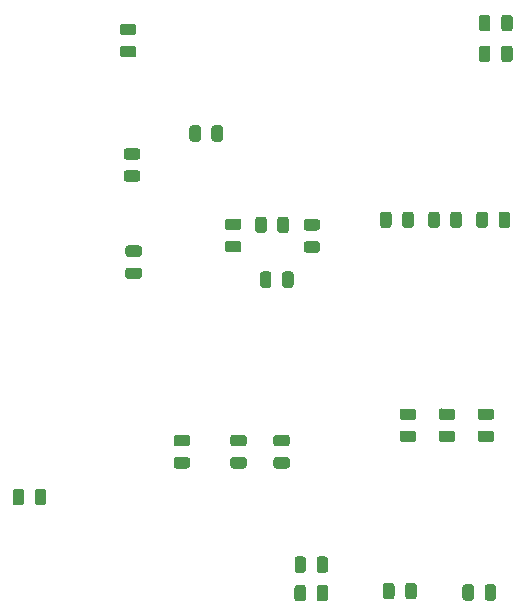
<source format=gbr>
%TF.GenerationSoftware,KiCad,Pcbnew,(5.99.0-2101-geb1ff80d5)*%
%TF.CreationDate,2020-11-29T13:35:49+01:00*%
%TF.ProjectId,CLK_stdln,434c4b5f-7374-4646-9c6e-2e6b69636164,rev?*%
%TF.SameCoordinates,Original*%
%TF.FileFunction,Paste,Top*%
%TF.FilePolarity,Positive*%
%FSLAX46Y46*%
G04 Gerber Fmt 4.6, Leading zero omitted, Abs format (unit mm)*
G04 Created by KiCad (PCBNEW (5.99.0-2101-geb1ff80d5)) date 2020-11-29 13:35:49*
%MOMM*%
%LPD*%
G01*
G04 APERTURE LIST*
G04 APERTURE END LIST*
%TO.C,R287*%
G36*
G01*
X187900000Y-139893750D02*
X187900000Y-140806250D01*
G75*
G02*
X187656250Y-141050000I-243750J0D01*
G01*
X187168750Y-141050000D01*
G75*
G02*
X186925000Y-140806250I0J243750D01*
G01*
X186925000Y-139893750D01*
G75*
G02*
X187168750Y-139650000I243750J0D01*
G01*
X187656250Y-139650000D01*
G75*
G02*
X187900000Y-139893750I0J-243750D01*
G01*
G37*
G36*
G01*
X189775000Y-139893750D02*
X189775000Y-140806250D01*
G75*
G02*
X189531250Y-141050000I-243750J0D01*
G01*
X189043750Y-141050000D01*
G75*
G02*
X188800000Y-140806250I0J243750D01*
G01*
X188800000Y-139893750D01*
G75*
G02*
X189043750Y-139650000I243750J0D01*
G01*
X189531250Y-139650000D01*
G75*
G02*
X189775000Y-139893750I0J-243750D01*
G01*
G37*
%TD*%
%TO.C,R12*%
G36*
G01*
X188846250Y-112060000D02*
X187933750Y-112060000D01*
G75*
G02*
X187690000Y-111816250I0J243750D01*
G01*
X187690000Y-111328750D01*
G75*
G02*
X187933750Y-111085000I243750J0D01*
G01*
X188846250Y-111085000D01*
G75*
G02*
X189090000Y-111328750I0J-243750D01*
G01*
X189090000Y-111816250D01*
G75*
G02*
X188846250Y-112060000I-243750J0D01*
G01*
G37*
G36*
G01*
X188846250Y-113935000D02*
X187933750Y-113935000D01*
G75*
G02*
X187690000Y-113691250I0J243750D01*
G01*
X187690000Y-113203750D01*
G75*
G02*
X187933750Y-112960000I243750J0D01*
G01*
X188846250Y-112960000D01*
G75*
G02*
X189090000Y-113203750I0J-243750D01*
G01*
X189090000Y-113691250D01*
G75*
G02*
X188846250Y-113935000I-243750J0D01*
G01*
G37*
%TD*%
%TO.C,R11*%
G36*
G01*
X185472000Y-112032250D02*
X185472000Y-111119750D01*
G75*
G02*
X185715750Y-110876000I243750J0D01*
G01*
X186203250Y-110876000D01*
G75*
G02*
X186447000Y-111119750I0J-243750D01*
G01*
X186447000Y-112032250D01*
G75*
G02*
X186203250Y-112276000I-243750J0D01*
G01*
X185715750Y-112276000D01*
G75*
G02*
X185472000Y-112032250I0J243750D01*
G01*
G37*
G36*
G01*
X183597000Y-112032250D02*
X183597000Y-111119750D01*
G75*
G02*
X183840750Y-110876000I243750J0D01*
G01*
X184328250Y-110876000D01*
G75*
G02*
X184572000Y-111119750I0J-243750D01*
G01*
X184572000Y-112032250D01*
G75*
G02*
X184328250Y-112276000I-243750J0D01*
G01*
X183840750Y-112276000D01*
G75*
G02*
X183597000Y-112032250I0J243750D01*
G01*
G37*
%TD*%
%TO.C,R10*%
G36*
G01*
X182182250Y-112026000D02*
X181269750Y-112026000D01*
G75*
G02*
X181026000Y-111782250I0J243750D01*
G01*
X181026000Y-111294750D01*
G75*
G02*
X181269750Y-111051000I243750J0D01*
G01*
X182182250Y-111051000D01*
G75*
G02*
X182426000Y-111294750I0J-243750D01*
G01*
X182426000Y-111782250D01*
G75*
G02*
X182182250Y-112026000I-243750J0D01*
G01*
G37*
G36*
G01*
X182182250Y-113901000D02*
X181269750Y-113901000D01*
G75*
G02*
X181026000Y-113657250I0J243750D01*
G01*
X181026000Y-113169750D01*
G75*
G02*
X181269750Y-112926000I243750J0D01*
G01*
X182182250Y-112926000D01*
G75*
G02*
X182426000Y-113169750I0J-243750D01*
G01*
X182426000Y-113657250D01*
G75*
G02*
X182182250Y-113901000I-243750J0D01*
G01*
G37*
%TD*%
%TO.C,R9*%
G36*
G01*
X178990000Y-103383750D02*
X178990000Y-104296250D01*
G75*
G02*
X178746250Y-104540000I-243750J0D01*
G01*
X178258750Y-104540000D01*
G75*
G02*
X178015000Y-104296250I0J243750D01*
G01*
X178015000Y-103383750D01*
G75*
G02*
X178258750Y-103140000I243750J0D01*
G01*
X178746250Y-103140000D01*
G75*
G02*
X178990000Y-103383750I0J-243750D01*
G01*
G37*
G36*
G01*
X180865000Y-103383750D02*
X180865000Y-104296250D01*
G75*
G02*
X180621250Y-104540000I-243750J0D01*
G01*
X180133750Y-104540000D01*
G75*
G02*
X179890000Y-104296250I0J243750D01*
G01*
X179890000Y-103383750D01*
G75*
G02*
X180133750Y-103140000I243750J0D01*
G01*
X180621250Y-103140000D01*
G75*
G02*
X180865000Y-103383750I0J-243750D01*
G01*
G37*
%TD*%
%TO.C,R8*%
G36*
G01*
X182628750Y-130330000D02*
X181716250Y-130330000D01*
G75*
G02*
X181472500Y-130086250I0J243750D01*
G01*
X181472500Y-129598750D01*
G75*
G02*
X181716250Y-129355000I243750J0D01*
G01*
X182628750Y-129355000D01*
G75*
G02*
X182872500Y-129598750I0J-243750D01*
G01*
X182872500Y-130086250D01*
G75*
G02*
X182628750Y-130330000I-243750J0D01*
G01*
G37*
G36*
G01*
X182628750Y-132205000D02*
X181716250Y-132205000D01*
G75*
G02*
X181472500Y-131961250I0J243750D01*
G01*
X181472500Y-131473750D01*
G75*
G02*
X181716250Y-131230000I243750J0D01*
G01*
X182628750Y-131230000D01*
G75*
G02*
X182872500Y-131473750I0J-243750D01*
G01*
X182872500Y-131961250D01*
G75*
G02*
X182628750Y-132205000I-243750J0D01*
G01*
G37*
%TD*%
%TO.C,R7*%
G36*
G01*
X173616250Y-106056000D02*
X172703750Y-106056000D01*
G75*
G02*
X172460000Y-105812250I0J243750D01*
G01*
X172460000Y-105324750D01*
G75*
G02*
X172703750Y-105081000I243750J0D01*
G01*
X173616250Y-105081000D01*
G75*
G02*
X173860000Y-105324750I0J-243750D01*
G01*
X173860000Y-105812250D01*
G75*
G02*
X173616250Y-106056000I-243750J0D01*
G01*
G37*
G36*
G01*
X173616250Y-107931000D02*
X172703750Y-107931000D01*
G75*
G02*
X172460000Y-107687250I0J243750D01*
G01*
X172460000Y-107199750D01*
G75*
G02*
X172703750Y-106956000I243750J0D01*
G01*
X173616250Y-106956000D01*
G75*
G02*
X173860000Y-107199750I0J-243750D01*
G01*
X173860000Y-107687250D01*
G75*
G02*
X173616250Y-107931000I-243750J0D01*
G01*
G37*
%TD*%
%TO.C,R6*%
G36*
G01*
X177838750Y-130330000D02*
X176926250Y-130330000D01*
G75*
G02*
X176682500Y-130086250I0J243750D01*
G01*
X176682500Y-129598750D01*
G75*
G02*
X176926250Y-129355000I243750J0D01*
G01*
X177838750Y-129355000D01*
G75*
G02*
X178082500Y-129598750I0J-243750D01*
G01*
X178082500Y-130086250D01*
G75*
G02*
X177838750Y-130330000I-243750J0D01*
G01*
G37*
G36*
G01*
X177838750Y-132205000D02*
X176926250Y-132205000D01*
G75*
G02*
X176682500Y-131961250I0J243750D01*
G01*
X176682500Y-131473750D01*
G75*
G02*
X176926250Y-131230000I243750J0D01*
G01*
X177838750Y-131230000D01*
G75*
G02*
X178082500Y-131473750I0J-243750D01*
G01*
X178082500Y-131961250D01*
G75*
G02*
X177838750Y-132205000I-243750J0D01*
G01*
G37*
%TD*%
%TO.C,R5*%
G36*
G01*
X164920000Y-135076250D02*
X164920000Y-134163750D01*
G75*
G02*
X165163750Y-133920000I243750J0D01*
G01*
X165651250Y-133920000D01*
G75*
G02*
X165895000Y-134163750I0J-243750D01*
G01*
X165895000Y-135076250D01*
G75*
G02*
X165651250Y-135320000I-243750J0D01*
G01*
X165163750Y-135320000D01*
G75*
G02*
X164920000Y-135076250I0J243750D01*
G01*
G37*
G36*
G01*
X163045000Y-135076250D02*
X163045000Y-134163750D01*
G75*
G02*
X163288750Y-133920000I243750J0D01*
G01*
X163776250Y-133920000D01*
G75*
G02*
X164020000Y-134163750I0J-243750D01*
G01*
X164020000Y-135076250D01*
G75*
G02*
X163776250Y-135320000I-243750J0D01*
G01*
X163288750Y-135320000D01*
G75*
G02*
X163045000Y-135076250I0J243750D01*
G01*
G37*
%TD*%
%TO.C,R4*%
G36*
G01*
X199365750Y-128999000D02*
X200278250Y-128999000D01*
G75*
G02*
X200522000Y-129242750I0J-243750D01*
G01*
X200522000Y-129730250D01*
G75*
G02*
X200278250Y-129974000I-243750J0D01*
G01*
X199365750Y-129974000D01*
G75*
G02*
X199122000Y-129730250I0J243750D01*
G01*
X199122000Y-129242750D01*
G75*
G02*
X199365750Y-128999000I243750J0D01*
G01*
G37*
G36*
G01*
X199365750Y-127124000D02*
X200278250Y-127124000D01*
G75*
G02*
X200522000Y-127367750I0J-243750D01*
G01*
X200522000Y-127855250D01*
G75*
G02*
X200278250Y-128099000I-243750J0D01*
G01*
X199365750Y-128099000D01*
G75*
G02*
X199122000Y-127855250I0J243750D01*
G01*
X199122000Y-127367750D01*
G75*
G02*
X199365750Y-127124000I243750J0D01*
G01*
G37*
%TD*%
%TO.C,R3*%
G36*
G01*
X196065750Y-128999000D02*
X196978250Y-128999000D01*
G75*
G02*
X197222000Y-129242750I0J-243750D01*
G01*
X197222000Y-129730250D01*
G75*
G02*
X196978250Y-129974000I-243750J0D01*
G01*
X196065750Y-129974000D01*
G75*
G02*
X195822000Y-129730250I0J243750D01*
G01*
X195822000Y-129242750D01*
G75*
G02*
X196065750Y-128999000I243750J0D01*
G01*
G37*
G36*
G01*
X196065750Y-127124000D02*
X196978250Y-127124000D01*
G75*
G02*
X197222000Y-127367750I0J-243750D01*
G01*
X197222000Y-127855250D01*
G75*
G02*
X196978250Y-128099000I-243750J0D01*
G01*
X196065750Y-128099000D01*
G75*
G02*
X195822000Y-127855250I0J243750D01*
G01*
X195822000Y-127367750D01*
G75*
G02*
X196065750Y-127124000I243750J0D01*
G01*
G37*
%TD*%
%TO.C,R2*%
G36*
G01*
X200117500Y-111606250D02*
X200117500Y-110693750D01*
G75*
G02*
X200361250Y-110450000I243750J0D01*
G01*
X200848750Y-110450000D01*
G75*
G02*
X201092500Y-110693750I0J-243750D01*
G01*
X201092500Y-111606250D01*
G75*
G02*
X200848750Y-111850000I-243750J0D01*
G01*
X200361250Y-111850000D01*
G75*
G02*
X200117500Y-111606250I0J243750D01*
G01*
G37*
G36*
G01*
X198242500Y-111606250D02*
X198242500Y-110693750D01*
G75*
G02*
X198486250Y-110450000I243750J0D01*
G01*
X198973750Y-110450000D01*
G75*
G02*
X199217500Y-110693750I0J-243750D01*
G01*
X199217500Y-111606250D01*
G75*
G02*
X198973750Y-111850000I-243750J0D01*
G01*
X198486250Y-111850000D01*
G75*
G02*
X198242500Y-111606250I0J243750D01*
G01*
G37*
%TD*%
%TO.C,R1*%
G36*
G01*
X204412000Y-94944250D02*
X204412000Y-94031750D01*
G75*
G02*
X204655750Y-93788000I243750J0D01*
G01*
X205143250Y-93788000D01*
G75*
G02*
X205387000Y-94031750I0J-243750D01*
G01*
X205387000Y-94944250D01*
G75*
G02*
X205143250Y-95188000I-243750J0D01*
G01*
X204655750Y-95188000D01*
G75*
G02*
X204412000Y-94944250I0J243750D01*
G01*
G37*
G36*
G01*
X202537000Y-94944250D02*
X202537000Y-94031750D01*
G75*
G02*
X202780750Y-93788000I243750J0D01*
G01*
X203268250Y-93788000D01*
G75*
G02*
X203512000Y-94031750I0J-243750D01*
G01*
X203512000Y-94944250D01*
G75*
G02*
X203268250Y-95188000I-243750J0D01*
G01*
X202780750Y-95188000D01*
G75*
G02*
X202537000Y-94944250I0J243750D01*
G01*
G37*
%TD*%
%TO.C,C17*%
G36*
G01*
X188790000Y-143206250D02*
X188790000Y-142293750D01*
G75*
G02*
X189033750Y-142050000I243750J0D01*
G01*
X189521250Y-142050000D01*
G75*
G02*
X189765000Y-142293750I0J-243750D01*
G01*
X189765000Y-143206250D01*
G75*
G02*
X189521250Y-143450000I-243750J0D01*
G01*
X189033750Y-143450000D01*
G75*
G02*
X188790000Y-143206250I0J243750D01*
G01*
G37*
G36*
G01*
X186915000Y-143206250D02*
X186915000Y-142293750D01*
G75*
G02*
X187158750Y-142050000I243750J0D01*
G01*
X187646250Y-142050000D01*
G75*
G02*
X187890000Y-142293750I0J-243750D01*
G01*
X187890000Y-143206250D01*
G75*
G02*
X187646250Y-143450000I-243750J0D01*
G01*
X187158750Y-143450000D01*
G75*
G02*
X186915000Y-143206250I0J243750D01*
G01*
G37*
%TD*%
%TO.C,C10*%
G36*
G01*
X184972500Y-115763750D02*
X184972500Y-116676250D01*
G75*
G02*
X184728750Y-116920000I-243750J0D01*
G01*
X184241250Y-116920000D01*
G75*
G02*
X183997500Y-116676250I0J243750D01*
G01*
X183997500Y-115763750D01*
G75*
G02*
X184241250Y-115520000I243750J0D01*
G01*
X184728750Y-115520000D01*
G75*
G02*
X184972500Y-115763750I0J-243750D01*
G01*
G37*
G36*
G01*
X186847500Y-115763750D02*
X186847500Y-116676250D01*
G75*
G02*
X186603750Y-116920000I-243750J0D01*
G01*
X186116250Y-116920000D01*
G75*
G02*
X185872500Y-116676250I0J243750D01*
G01*
X185872500Y-115763750D01*
G75*
G02*
X186116250Y-115520000I243750J0D01*
G01*
X186603750Y-115520000D01*
G75*
G02*
X186847500Y-115763750I0J-243750D01*
G01*
G37*
%TD*%
%TO.C,C9*%
G36*
G01*
X185376250Y-131230000D02*
X186288750Y-131230000D01*
G75*
G02*
X186532500Y-131473750I0J-243750D01*
G01*
X186532500Y-131961250D01*
G75*
G02*
X186288750Y-132205000I-243750J0D01*
G01*
X185376250Y-132205000D01*
G75*
G02*
X185132500Y-131961250I0J243750D01*
G01*
X185132500Y-131473750D01*
G75*
G02*
X185376250Y-131230000I243750J0D01*
G01*
G37*
G36*
G01*
X185376250Y-129355000D02*
X186288750Y-129355000D01*
G75*
G02*
X186532500Y-129598750I0J-243750D01*
G01*
X186532500Y-130086250D01*
G75*
G02*
X186288750Y-130330000I-243750J0D01*
G01*
X185376250Y-130330000D01*
G75*
G02*
X185132500Y-130086250I0J243750D01*
G01*
X185132500Y-129598750D01*
G75*
G02*
X185376250Y-129355000I243750J0D01*
G01*
G37*
%TD*%
%TO.C,C8*%
G36*
G01*
X203295000Y-110693750D02*
X203295000Y-111606250D01*
G75*
G02*
X203051250Y-111850000I-243750J0D01*
G01*
X202563750Y-111850000D01*
G75*
G02*
X202320000Y-111606250I0J243750D01*
G01*
X202320000Y-110693750D01*
G75*
G02*
X202563750Y-110450000I243750J0D01*
G01*
X203051250Y-110450000D01*
G75*
G02*
X203295000Y-110693750I0J-243750D01*
G01*
G37*
G36*
G01*
X205170000Y-110693750D02*
X205170000Y-111606250D01*
G75*
G02*
X204926250Y-111850000I-243750J0D01*
G01*
X204438750Y-111850000D01*
G75*
G02*
X204195000Y-111606250I0J243750D01*
G01*
X204195000Y-110693750D01*
G75*
G02*
X204438750Y-110450000I243750J0D01*
G01*
X204926250Y-110450000D01*
G75*
G02*
X205170000Y-110693750I0J-243750D01*
G01*
G37*
%TD*%
%TO.C,C7*%
G36*
G01*
X203578250Y-128099000D02*
X202665750Y-128099000D01*
G75*
G02*
X202422000Y-127855250I0J243750D01*
G01*
X202422000Y-127367750D01*
G75*
G02*
X202665750Y-127124000I243750J0D01*
G01*
X203578250Y-127124000D01*
G75*
G02*
X203822000Y-127367750I0J-243750D01*
G01*
X203822000Y-127855250D01*
G75*
G02*
X203578250Y-128099000I-243750J0D01*
G01*
G37*
G36*
G01*
X203578250Y-129974000D02*
X202665750Y-129974000D01*
G75*
G02*
X202422000Y-129730250I0J243750D01*
G01*
X202422000Y-129242750D01*
G75*
G02*
X202665750Y-128999000I243750J0D01*
G01*
X203578250Y-128999000D01*
G75*
G02*
X203822000Y-129242750I0J-243750D01*
G01*
X203822000Y-129730250D01*
G75*
G02*
X203578250Y-129974000I-243750J0D01*
G01*
G37*
%TD*%
%TO.C,C6*%
G36*
G01*
X204412000Y-97554250D02*
X204412000Y-96641750D01*
G75*
G02*
X204655750Y-96398000I243750J0D01*
G01*
X205143250Y-96398000D01*
G75*
G02*
X205387000Y-96641750I0J-243750D01*
G01*
X205387000Y-97554250D01*
G75*
G02*
X205143250Y-97798000I-243750J0D01*
G01*
X204655750Y-97798000D01*
G75*
G02*
X204412000Y-97554250I0J243750D01*
G01*
G37*
G36*
G01*
X202537000Y-97554250D02*
X202537000Y-96641750D01*
G75*
G02*
X202780750Y-96398000I243750J0D01*
G01*
X203268250Y-96398000D01*
G75*
G02*
X203512000Y-96641750I0J-243750D01*
G01*
X203512000Y-97554250D01*
G75*
G02*
X203268250Y-97798000I-243750J0D01*
G01*
X202780750Y-97798000D01*
G75*
G02*
X202537000Y-97554250I0J243750D01*
G01*
G37*
%TD*%
%TO.C,C5*%
G36*
G01*
X173286250Y-95520000D02*
X172373750Y-95520000D01*
G75*
G02*
X172130000Y-95276250I0J243750D01*
G01*
X172130000Y-94788750D01*
G75*
G02*
X172373750Y-94545000I243750J0D01*
G01*
X173286250Y-94545000D01*
G75*
G02*
X173530000Y-94788750I0J-243750D01*
G01*
X173530000Y-95276250D01*
G75*
G02*
X173286250Y-95520000I-243750J0D01*
G01*
G37*
G36*
G01*
X173286250Y-97395000D02*
X172373750Y-97395000D01*
G75*
G02*
X172130000Y-97151250I0J243750D01*
G01*
X172130000Y-96663750D01*
G75*
G02*
X172373750Y-96420000I243750J0D01*
G01*
X173286250Y-96420000D01*
G75*
G02*
X173530000Y-96663750I0J-243750D01*
G01*
X173530000Y-97151250D01*
G75*
G02*
X173286250Y-97395000I-243750J0D01*
G01*
G37*
%TD*%
%TO.C,C4*%
G36*
G01*
X172843750Y-115190000D02*
X173756250Y-115190000D01*
G75*
G02*
X174000000Y-115433750I0J-243750D01*
G01*
X174000000Y-115921250D01*
G75*
G02*
X173756250Y-116165000I-243750J0D01*
G01*
X172843750Y-116165000D01*
G75*
G02*
X172600000Y-115921250I0J243750D01*
G01*
X172600000Y-115433750D01*
G75*
G02*
X172843750Y-115190000I243750J0D01*
G01*
G37*
G36*
G01*
X172843750Y-113315000D02*
X173756250Y-113315000D01*
G75*
G02*
X174000000Y-113558750I0J-243750D01*
G01*
X174000000Y-114046250D01*
G75*
G02*
X173756250Y-114290000I-243750J0D01*
G01*
X172843750Y-114290000D01*
G75*
G02*
X172600000Y-114046250I0J243750D01*
G01*
X172600000Y-113558750D01*
G75*
G02*
X172843750Y-113315000I243750J0D01*
G01*
G37*
%TD*%
%TO.C,C3*%
G36*
G01*
X202117000Y-142247750D02*
X202117000Y-143160250D01*
G75*
G02*
X201873250Y-143404000I-243750J0D01*
G01*
X201385750Y-143404000D01*
G75*
G02*
X201142000Y-143160250I0J243750D01*
G01*
X201142000Y-142247750D01*
G75*
G02*
X201385750Y-142004000I243750J0D01*
G01*
X201873250Y-142004000D01*
G75*
G02*
X202117000Y-142247750I0J-243750D01*
G01*
G37*
G36*
G01*
X203992000Y-142247750D02*
X203992000Y-143160250D01*
G75*
G02*
X203748250Y-143404000I-243750J0D01*
G01*
X203260750Y-143404000D01*
G75*
G02*
X203017000Y-143160250I0J243750D01*
G01*
X203017000Y-142247750D01*
G75*
G02*
X203260750Y-142004000I243750J0D01*
G01*
X203748250Y-142004000D01*
G75*
G02*
X203992000Y-142247750I0J-243750D01*
G01*
G37*
%TD*%
%TO.C,C2*%
G36*
G01*
X196287000Y-143040250D02*
X196287000Y-142127750D01*
G75*
G02*
X196530750Y-141884000I243750J0D01*
G01*
X197018250Y-141884000D01*
G75*
G02*
X197262000Y-142127750I0J-243750D01*
G01*
X197262000Y-143040250D01*
G75*
G02*
X197018250Y-143284000I-243750J0D01*
G01*
X196530750Y-143284000D01*
G75*
G02*
X196287000Y-143040250I0J243750D01*
G01*
G37*
G36*
G01*
X194412000Y-143040250D02*
X194412000Y-142127750D01*
G75*
G02*
X194655750Y-141884000I243750J0D01*
G01*
X195143250Y-141884000D01*
G75*
G02*
X195387000Y-142127750I0J-243750D01*
G01*
X195387000Y-143040250D01*
G75*
G02*
X195143250Y-143284000I-243750J0D01*
G01*
X194655750Y-143284000D01*
G75*
G02*
X194412000Y-143040250I0J243750D01*
G01*
G37*
%TD*%
%TO.C,C1*%
G36*
G01*
X195140000Y-110693750D02*
X195140000Y-111606250D01*
G75*
G02*
X194896250Y-111850000I-243750J0D01*
G01*
X194408750Y-111850000D01*
G75*
G02*
X194165000Y-111606250I0J243750D01*
G01*
X194165000Y-110693750D01*
G75*
G02*
X194408750Y-110450000I243750J0D01*
G01*
X194896250Y-110450000D01*
G75*
G02*
X195140000Y-110693750I0J-243750D01*
G01*
G37*
G36*
G01*
X197015000Y-110693750D02*
X197015000Y-111606250D01*
G75*
G02*
X196771250Y-111850000I-243750J0D01*
G01*
X196283750Y-111850000D01*
G75*
G02*
X196040000Y-111606250I0J243750D01*
G01*
X196040000Y-110693750D01*
G75*
G02*
X196283750Y-110450000I243750J0D01*
G01*
X196771250Y-110450000D01*
G75*
G02*
X197015000Y-110693750I0J-243750D01*
G01*
G37*
%TD*%
M02*

</source>
